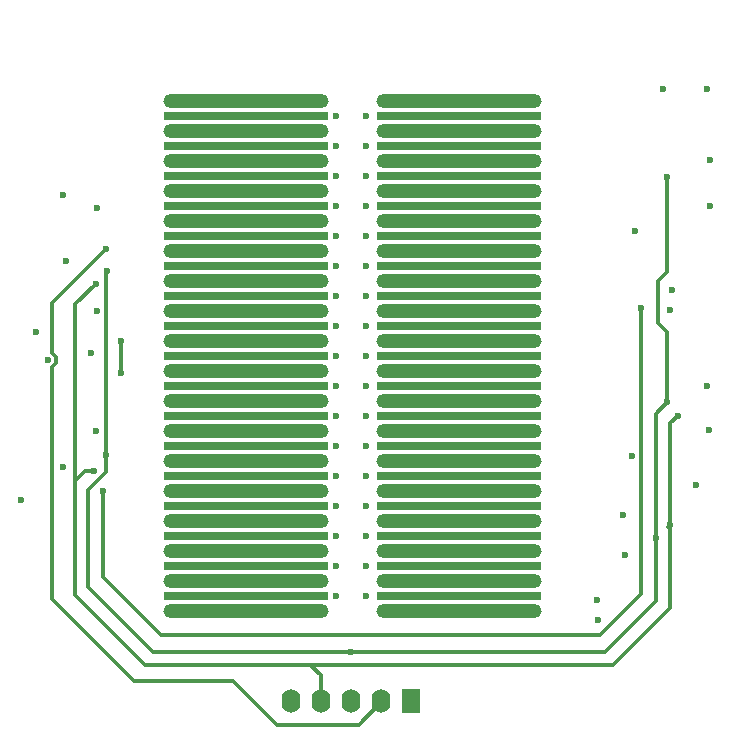
<source format=gbl>
G04*
G04 #@! TF.GenerationSoftware,Altium Limited,Altium Designer,18.1.7 (191)*
G04*
G04 Layer_Physical_Order=4*
G04 Layer_Color=16711680*
%FSLAX44Y44*%
%MOMM*%
G71*
G01*
G75*
%ADD30C,0.3000*%
G04:AMPARAMS|DCode=33|XSize=14mm|YSize=1.2mm|CornerRadius=0.6mm|HoleSize=0mm|Usage=FLASHONLY|Rotation=0.000|XOffset=0mm|YOffset=0mm|HoleType=Round|Shape=RoundedRectangle|*
%AMROUNDEDRECTD33*
21,1,14.0000,0.0000,0,0,0.0*
21,1,12.8000,1.2000,0,0,0.0*
1,1,1.2000,6.4000,0.0000*
1,1,1.2000,-6.4000,0.0000*
1,1,1.2000,-6.4000,0.0000*
1,1,1.2000,6.4000,0.0000*
%
%ADD33ROUNDEDRECTD33*%
%ADD34O,1.6000X2.0000*%
%ADD35R,1.6000X2.0000*%
%ADD36C,0.6000*%
%ADD41R,14.0000X0.7000*%
D30*
X1283970Y833120D02*
Y913130D01*
X1276350Y825500D02*
X1283970Y833120D01*
X1276350Y789940D02*
Y825500D01*
Y789940D02*
X1283970Y782320D01*
Y722630D02*
Y782320D01*
X763016Y763826D02*
Y806196D01*
Y763826D02*
X765960Y760882D01*
Y755498D02*
Y760882D01*
X763016Y752554D02*
X765960Y755498D01*
X763016Y556260D02*
Y752554D01*
X821182Y747014D02*
Y773938D01*
X820928Y746760D02*
X821182Y747014D01*
X953008Y449580D02*
X1022604D01*
X763016Y556260D02*
X832485Y486791D01*
X915797D02*
X953008Y449580D01*
X832485Y486791D02*
X915797D01*
X1286256Y618744D02*
Y704596D01*
X1284478Y616966D02*
X1286256Y618744D01*
Y548386D02*
Y618744D01*
Y704596D02*
X1292860Y711200D01*
X1238250Y500380D02*
X1286256Y548386D01*
X1261618Y560324D02*
Y802340D01*
X1227074Y525780D02*
X1261618Y560324D01*
X854964Y525780D02*
X1227074D01*
X981710Y500380D02*
X1238250D01*
X763016Y806196D02*
X808990Y852170D01*
X1015746Y511302D02*
X1230884D01*
X1274064Y554482D01*
X1022604Y449580D02*
X1041400Y468376D01*
X782574Y656152D02*
X790632Y664210D01*
X782574Y805434D02*
X799846Y822706D01*
X782574Y656152D02*
Y805434D01*
Y559054D02*
Y656152D01*
Y559054D02*
X841248Y500380D01*
X981710D01*
X848614Y511048D02*
X1015746D01*
X793750Y565912D02*
X848614Y511048D01*
X793750Y565912D02*
Y648208D01*
X806450Y574294D02*
X854964Y525780D01*
X806450Y574294D02*
Y646938D01*
X808990Y678180D02*
Y833120D01*
Y663448D02*
Y678180D01*
X790632Y664210D02*
X798830D01*
X799846Y822706D02*
X800354D01*
X808990Y833120D02*
X809498Y833628D01*
X793750Y648208D02*
X808990Y663448D01*
X981710Y500380D02*
X990600Y491490D01*
Y469900D02*
Y491490D01*
X1041400Y468376D02*
Y469900D01*
X1274064Y554482D02*
Y607568D01*
Y712724D02*
X1283970Y722630D01*
X1274064Y607568D02*
Y712724D01*
X1015746Y511048D02*
Y511302D01*
X820928Y746760D02*
Y747014D01*
X990600Y469900D02*
X996950D01*
D33*
X1107440Y952500D02*
D03*
Y977900D02*
D03*
Y927100D02*
D03*
Y901700D02*
D03*
Y876300D02*
D03*
Y850900D02*
D03*
Y825500D02*
D03*
Y800100D02*
D03*
Y774700D02*
D03*
Y749300D02*
D03*
Y723900D02*
D03*
Y698500D02*
D03*
Y673100D02*
D03*
Y647700D02*
D03*
Y622300D02*
D03*
Y596900D02*
D03*
X927100D02*
D03*
Y622300D02*
D03*
Y647700D02*
D03*
Y673100D02*
D03*
Y698500D02*
D03*
Y723900D02*
D03*
Y749300D02*
D03*
Y774700D02*
D03*
Y800100D02*
D03*
Y825500D02*
D03*
Y850900D02*
D03*
Y876300D02*
D03*
Y901700D02*
D03*
Y927100D02*
D03*
Y977900D02*
D03*
Y952500D02*
D03*
Y571500D02*
D03*
Y546100D02*
D03*
X1107440D02*
D03*
Y571500D02*
D03*
D34*
X965200Y469900D02*
D03*
X990600D02*
D03*
X1016000D02*
D03*
X1041400D02*
D03*
D35*
X1066800D02*
D03*
D36*
X796290Y764540D02*
D03*
X801218Y886644D02*
D03*
X771986Y897890D02*
D03*
X1280160Y988060D02*
D03*
X1317300D02*
D03*
X1286256Y800830D02*
D03*
X1225550Y537990D02*
D03*
X1287780Y817880D02*
D03*
X1319022Y699008D02*
D03*
X1224280Y554990D02*
D03*
X759460Y758190D02*
D03*
X1286256Y618744D02*
D03*
X1261618Y802340D02*
D03*
X1253744Y677164D02*
D03*
X772160Y668020D02*
D03*
X808990Y678180D02*
D03*
X806450Y646938D02*
D03*
X798830Y664210D02*
D03*
X800354Y822706D02*
D03*
X809498Y833628D02*
D03*
X1274064Y607568D02*
D03*
X1015746Y511048D02*
D03*
X820928Y747014D02*
D03*
X821182Y773938D02*
D03*
X1320038Y889000D02*
D03*
X1248156Y593344D02*
D03*
X1246378Y626618D02*
D03*
X1307846Y652018D02*
D03*
X1317300Y736600D02*
D03*
X1256792Y867664D02*
D03*
X1320038Y927354D02*
D03*
X1283970Y722630D02*
D03*
Y913130D02*
D03*
X1292860Y711200D02*
D03*
X1003300Y965200D02*
D03*
Y939800D02*
D03*
Y914400D02*
D03*
Y889000D02*
D03*
Y863600D02*
D03*
Y838200D02*
D03*
Y812800D02*
D03*
X808990Y852170D02*
D03*
X736600Y640080D02*
D03*
X800100Y698500D02*
D03*
X801370Y800100D02*
D03*
X774700Y842010D02*
D03*
X749300Y782320D02*
D03*
X1028700Y965200D02*
D03*
Y939800D02*
D03*
Y914400D02*
D03*
Y889000D02*
D03*
Y863600D02*
D03*
Y838200D02*
D03*
Y812800D02*
D03*
Y787400D02*
D03*
Y762000D02*
D03*
Y736600D02*
D03*
Y711200D02*
D03*
Y685800D02*
D03*
Y660400D02*
D03*
Y635000D02*
D03*
Y609600D02*
D03*
Y584200D02*
D03*
Y558800D02*
D03*
X1003300D02*
D03*
Y584200D02*
D03*
Y609600D02*
D03*
Y635000D02*
D03*
Y660400D02*
D03*
Y685800D02*
D03*
Y711200D02*
D03*
Y736600D02*
D03*
Y762000D02*
D03*
Y787400D02*
D03*
D41*
X1107440Y965200D02*
D03*
Y939800D02*
D03*
Y914400D02*
D03*
Y889000D02*
D03*
Y863600D02*
D03*
Y838200D02*
D03*
Y812800D02*
D03*
Y787400D02*
D03*
Y762000D02*
D03*
Y736600D02*
D03*
Y711200D02*
D03*
Y685800D02*
D03*
Y660400D02*
D03*
Y635000D02*
D03*
Y609600D02*
D03*
X927100Y685800D02*
D03*
Y660400D02*
D03*
Y635000D02*
D03*
Y609600D02*
D03*
Y711200D02*
D03*
Y736600D02*
D03*
Y762000D02*
D03*
Y787400D02*
D03*
Y812800D02*
D03*
Y838200D02*
D03*
Y863600D02*
D03*
Y889000D02*
D03*
Y914400D02*
D03*
Y939800D02*
D03*
Y965200D02*
D03*
Y584200D02*
D03*
Y558800D02*
D03*
X1107440D02*
D03*
Y584200D02*
D03*
M02*

</source>
